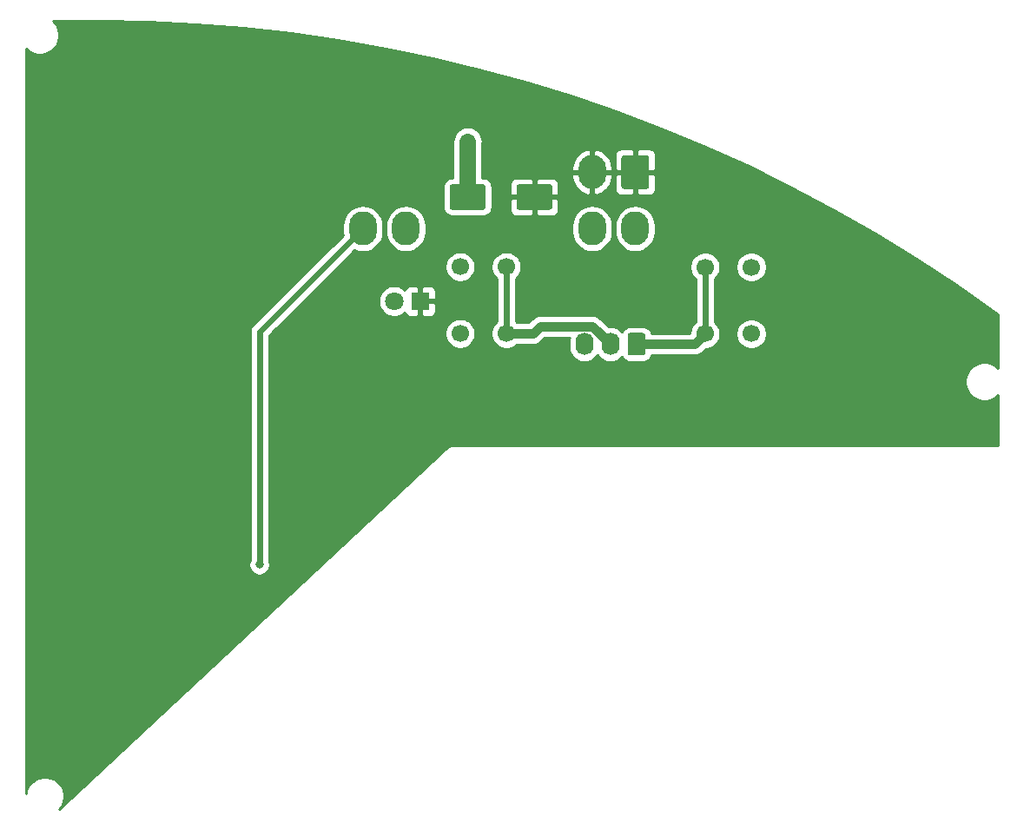
<source format=gbr>
%TF.GenerationSoftware,KiCad,Pcbnew,(5.1.12-1-10_14)*%
%TF.CreationDate,2021-11-28T14:01:49+11:00*%
%TF.ProjectId,ewi_v3-right,6577695f-7633-42d7-9269-6768742e6b69,rev?*%
%TF.SameCoordinates,Original*%
%TF.FileFunction,Copper,L2,Bot*%
%TF.FilePolarity,Positive*%
%FSLAX46Y46*%
G04 Gerber Fmt 4.6, Leading zero omitted, Abs format (unit mm)*
G04 Created by KiCad (PCBNEW (5.1.12-1-10_14)) date 2021-11-28 14:01:49*
%MOMM*%
%LPD*%
G01*
G04 APERTURE LIST*
%TA.AperFunction,ComponentPad*%
%ADD10C,1.700000*%
%TD*%
%TA.AperFunction,ComponentPad*%
%ADD11O,1.740000X2.190000*%
%TD*%
%TA.AperFunction,ComponentPad*%
%ADD12O,2.700000X3.300000*%
%TD*%
%TA.AperFunction,ComponentPad*%
%ADD13C,1.800000*%
%TD*%
%TA.AperFunction,ComponentPad*%
%ADD14R,1.800000X1.800000*%
%TD*%
%TA.AperFunction,ViaPad*%
%ADD15C,0.800000*%
%TD*%
%TA.AperFunction,Conductor*%
%ADD16C,1.625600*%
%TD*%
%TA.AperFunction,Conductor*%
%ADD17C,0.609600*%
%TD*%
%TA.AperFunction,Conductor*%
%ADD18C,0.914400*%
%TD*%
%TA.AperFunction,Conductor*%
%ADD19C,0.254000*%
%TD*%
%TA.AperFunction,Conductor*%
%ADD20C,0.100000*%
%TD*%
G04 APERTURE END LIST*
D10*
%TO.P,SW2,1*%
%TO.N,/MC_SW*%
X148842849Y-82075596D03*
%TO.P,SW2,2*%
X148842849Y-88575596D03*
%TO.P,SW2,3*%
%TO.N,GND*%
X144342849Y-82075596D03*
%TO.P,SW2,4*%
X144342849Y-88575596D03*
%TD*%
%TO.P,SW1,1*%
%TO.N,/FIRE_SW*%
X168223049Y-88603396D03*
%TO.P,SW1,2*%
X168223049Y-82103396D03*
%TO.P,SW1,3*%
%TO.N,GND*%
X172723049Y-88603396D03*
%TO.P,SW1,4*%
X172723049Y-82103396D03*
%TD*%
D11*
%TO.P,J3,3*%
%TO.N,GND*%
X156451300Y-89623143D03*
%TO.P,J3,2*%
%TO.N,/MC_SW*%
X158991300Y-89623143D03*
%TO.P,J3,1*%
%TO.N,/FIRE_SW*%
%TA.AperFunction,ComponentPad*%
G36*
G01*
X162401300Y-88778142D02*
X162401300Y-90468144D01*
G75*
G02*
X162151301Y-90718143I-249999J0D01*
G01*
X160911299Y-90718143D01*
G75*
G02*
X160661300Y-90468144I0J249999D01*
G01*
X160661300Y-88778142D01*
G75*
G02*
X160911299Y-88528143I249999J0D01*
G01*
X162151301Y-88528143D01*
G75*
G02*
X162401300Y-88778142I0J-249999D01*
G01*
G37*
%TD.AperFunction*%
%TD*%
D12*
%TO.P,J2,4*%
%TO.N,/DOUT*%
X134861300Y-78344144D03*
%TO.P,J2,3*%
%TO.N,GND*%
X139061300Y-78344144D03*
%TO.P,J2,2*%
%TO.N,+5V*%
X134861300Y-72844144D03*
%TO.P,J2,1*%
%TA.AperFunction,ComponentPad*%
G36*
G01*
X140411300Y-71444145D02*
X140411300Y-74244143D01*
G75*
G02*
X140161299Y-74494144I-250001J0D01*
G01*
X137961301Y-74494144D01*
G75*
G02*
X137711300Y-74244143I0J250001D01*
G01*
X137711300Y-71444145D01*
G75*
G02*
X137961301Y-71194144I250001J0D01*
G01*
X140161299Y-71194144D01*
G75*
G02*
X140411300Y-71444145I0J-250001D01*
G01*
G37*
%TD.AperFunction*%
%TD*%
%TO.P,J1,4*%
%TO.N,/DIN*%
X157213300Y-78344144D03*
%TO.P,J1,3*%
%TO.N,GND*%
X161413300Y-78344144D03*
%TO.P,J1,2*%
%TO.N,+5V*%
X157213300Y-72844144D03*
%TO.P,J1,1*%
%TA.AperFunction,ComponentPad*%
G36*
G01*
X162763300Y-71444145D02*
X162763300Y-74244143D01*
G75*
G02*
X162513299Y-74494144I-250001J0D01*
G01*
X160313301Y-74494144D01*
G75*
G02*
X160063300Y-74244143I0J250001D01*
G01*
X160063300Y-71444145D01*
G75*
G02*
X160313301Y-71194144I250001J0D01*
G01*
X162513299Y-71194144D01*
G75*
G02*
X162763300Y-71444145I0J-250001D01*
G01*
G37*
%TD.AperFunction*%
%TD*%
D13*
%TO.P,D1,2*%
%TO.N,Net-(D1-Pad2)*%
X137909300Y-85432143D03*
D14*
%TO.P,D1,1*%
%TO.N,+5V*%
X140449300Y-85432143D03*
%TD*%
%TO.P,C1,2*%
%TO.N,GND*%
%TA.AperFunction,SMDPad,CuDef*%
G36*
G01*
X146823300Y-74272144D02*
X146823300Y-76272144D01*
G75*
G02*
X146573300Y-76522144I-250000J0D01*
G01*
X143573300Y-76522144D01*
G75*
G02*
X143323300Y-76272144I0J250000D01*
G01*
X143323300Y-74272144D01*
G75*
G02*
X143573300Y-74022144I250000J0D01*
G01*
X146573300Y-74022144D01*
G75*
G02*
X146823300Y-74272144I0J-250000D01*
G01*
G37*
%TD.AperFunction*%
%TO.P,C1,1*%
%TO.N,+5V*%
%TA.AperFunction,SMDPad,CuDef*%
G36*
G01*
X153323300Y-74272144D02*
X153323300Y-76272144D01*
G75*
G02*
X153073300Y-76522144I-250000J0D01*
G01*
X150073300Y-76522144D01*
G75*
G02*
X149823300Y-76272144I0J250000D01*
G01*
X149823300Y-74272144D01*
G75*
G02*
X150073300Y-74022144I250000J0D01*
G01*
X153073300Y-74022144D01*
G75*
G02*
X153323300Y-74272144I0J-250000D01*
G01*
G37*
%TD.AperFunction*%
%TD*%
D15*
%TO.N,GND*%
X145073300Y-69876996D03*
X145073300Y-71146996D03*
X145073300Y-72416996D03*
%TO.N,+5V*%
X142557499Y-91442797D03*
X151447499Y-79377797D03*
X110172499Y-118747797D03*
X102552499Y-118747797D03*
X105727499Y-106047797D03*
X114617499Y-106047797D03*
X122872499Y-106047797D03*
X131762499Y-106047797D03*
X127952499Y-100967797D03*
X119697499Y-100967797D03*
X110807499Y-100967797D03*
X102552499Y-100967797D03*
X105727499Y-87632797D03*
X114617499Y-87632797D03*
X122872499Y-87632797D03*
X131762499Y-87632797D03*
X127952499Y-81917797D03*
X119062499Y-81917797D03*
X110807499Y-81917797D03*
X102552499Y-82552797D03*
X105727499Y-69852797D03*
X114617499Y-69852797D03*
X122872499Y-69852797D03*
X131762499Y-69852797D03*
X151447499Y-86362797D03*
X165417499Y-83822797D03*
X166687499Y-91442797D03*
X175577499Y-86362797D03*
X174307499Y-79377797D03*
%TO.N,/DOUT*%
X124777499Y-111127797D03*
%TD*%
D16*
%TO.N,GND*%
X145073300Y-75272144D02*
X145073300Y-72416996D01*
X145073300Y-69876996D02*
X145073300Y-69876996D01*
X145073300Y-71146996D02*
X145073300Y-69876996D01*
X145073300Y-72416996D02*
X145073300Y-71146996D01*
D17*
%TO.N,/DOUT*%
X124777499Y-88427945D02*
X134861300Y-78344144D01*
X124777499Y-111127797D02*
X124777499Y-88427945D01*
D18*
%TO.N,/MC_SW*%
X151447758Y-88562196D02*
X148839049Y-88562196D01*
X152139021Y-87870933D02*
X151447758Y-88562196D01*
X157239090Y-87870933D02*
X152139021Y-87870933D01*
X158991300Y-89623143D02*
X157239090Y-87870933D01*
D17*
X148842849Y-82075596D02*
X148842849Y-88575596D01*
D18*
%TO.N,/FIRE_SW*%
X167238102Y-89623143D02*
X168259049Y-88602196D01*
X161531300Y-89623143D02*
X167238102Y-89623143D01*
D17*
X168223049Y-82103396D02*
X168223049Y-88603396D01*
%TD*%
D19*
%TO.N,+5V*%
X113873859Y-58203688D02*
X118535771Y-58423537D01*
X123188485Y-58789714D01*
X127827402Y-59301855D01*
X132447991Y-59959462D01*
X137045587Y-60761871D01*
X141615736Y-61708304D01*
X146153886Y-62797817D01*
X150655608Y-64029349D01*
X155116381Y-65401662D01*
X159531862Y-66913419D01*
X163897674Y-68563122D01*
X168209527Y-70349149D01*
X172463169Y-72269742D01*
X176654361Y-74322985D01*
X180778982Y-76506860D01*
X184832993Y-78819227D01*
X188812371Y-81257793D01*
X192713174Y-83820142D01*
X196535183Y-86506294D01*
X196812298Y-86708603D01*
X196812298Y-91979865D01*
X196641916Y-91809483D01*
X196333180Y-91603192D01*
X195990132Y-91461097D01*
X195625954Y-91388658D01*
X195254642Y-91388658D01*
X194890464Y-91461097D01*
X194547416Y-91603192D01*
X194238680Y-91809483D01*
X193976123Y-92072040D01*
X193769832Y-92380776D01*
X193627737Y-92723824D01*
X193555298Y-93088002D01*
X193555298Y-93459314D01*
X193627737Y-93823492D01*
X193769832Y-94166540D01*
X193976123Y-94475276D01*
X194238680Y-94737833D01*
X194547416Y-94944124D01*
X194890464Y-95086219D01*
X195254642Y-95158658D01*
X195625954Y-95158658D01*
X195990132Y-95086219D01*
X196333180Y-94944124D01*
X196641916Y-94737833D01*
X196812299Y-94567450D01*
X196812299Y-99514047D01*
X143559885Y-99514047D01*
X143538945Y-99511251D01*
X143495042Y-99514047D01*
X143483602Y-99514047D01*
X143462669Y-99516109D01*
X143409199Y-99519514D01*
X143398088Y-99522469D01*
X143386638Y-99523597D01*
X143335333Y-99539160D01*
X143283559Y-99552931D01*
X143273237Y-99557997D01*
X143262228Y-99561337D01*
X143214958Y-99586603D01*
X143166851Y-99610216D01*
X143157713Y-99617201D01*
X143147571Y-99622622D01*
X143106153Y-99656613D01*
X143089443Y-99669386D01*
X143081078Y-99677191D01*
X143047073Y-99705099D01*
X143033672Y-99721428D01*
X105285428Y-134945808D01*
X105337474Y-134893762D01*
X105543765Y-134585026D01*
X105685860Y-134241978D01*
X105758299Y-133877800D01*
X105758299Y-133506488D01*
X105685860Y-133142310D01*
X105543765Y-132799262D01*
X105337474Y-132490526D01*
X105074917Y-132227969D01*
X104766181Y-132021678D01*
X104423133Y-131879583D01*
X104058955Y-131807144D01*
X103687643Y-131807144D01*
X103323465Y-131879583D01*
X102980417Y-132021678D01*
X102671681Y-132227969D01*
X102409124Y-132490526D01*
X102202833Y-132799262D01*
X102060738Y-133142310D01*
X101993299Y-133481351D01*
X101993299Y-111025858D01*
X123742499Y-111025858D01*
X123742499Y-111229736D01*
X123782273Y-111429695D01*
X123860294Y-111618053D01*
X123973562Y-111787571D01*
X124117725Y-111931734D01*
X124287243Y-112045002D01*
X124475601Y-112123023D01*
X124675560Y-112162797D01*
X124879438Y-112162797D01*
X125079397Y-112123023D01*
X125267755Y-112045002D01*
X125437273Y-111931734D01*
X125581436Y-111787571D01*
X125694704Y-111618053D01*
X125772725Y-111429695D01*
X125812499Y-111229736D01*
X125812499Y-111025858D01*
X125772725Y-110825899D01*
X125717299Y-110692090D01*
X125717299Y-88817221D01*
X126105184Y-88429336D01*
X142857849Y-88429336D01*
X142857849Y-88721856D01*
X142914917Y-89008754D01*
X143026859Y-89279007D01*
X143189374Y-89522228D01*
X143396217Y-89729071D01*
X143639438Y-89891586D01*
X143909691Y-90003528D01*
X144196589Y-90060596D01*
X144489109Y-90060596D01*
X144776007Y-90003528D01*
X145046260Y-89891586D01*
X145289481Y-89729071D01*
X145496324Y-89522228D01*
X145658839Y-89279007D01*
X145770781Y-89008754D01*
X145827849Y-88721856D01*
X145827849Y-88429336D01*
X145770781Y-88142438D01*
X145658839Y-87872185D01*
X145496324Y-87628964D01*
X145289481Y-87422121D01*
X145046260Y-87259606D01*
X144776007Y-87147664D01*
X144489109Y-87090596D01*
X144196589Y-87090596D01*
X143909691Y-87147664D01*
X143639438Y-87259606D01*
X143396217Y-87422121D01*
X143189374Y-87628964D01*
X143026859Y-87872185D01*
X142914917Y-88142438D01*
X142857849Y-88429336D01*
X126105184Y-88429336D01*
X129253561Y-85280959D01*
X136374300Y-85280959D01*
X136374300Y-85583327D01*
X136433289Y-85879886D01*
X136549001Y-86159238D01*
X136716988Y-86410648D01*
X136930795Y-86624455D01*
X137182205Y-86792442D01*
X137461557Y-86908154D01*
X137758116Y-86967143D01*
X138060484Y-86967143D01*
X138357043Y-86908154D01*
X138636395Y-86792442D01*
X138887805Y-86624455D01*
X138954244Y-86558016D01*
X138959798Y-86576323D01*
X139018763Y-86686637D01*
X139098115Y-86783328D01*
X139194806Y-86862680D01*
X139305120Y-86921645D01*
X139424818Y-86957955D01*
X139549300Y-86970215D01*
X140163550Y-86967143D01*
X140322300Y-86808393D01*
X140322300Y-85559143D01*
X140576300Y-85559143D01*
X140576300Y-86808393D01*
X140735050Y-86967143D01*
X141349300Y-86970215D01*
X141473782Y-86957955D01*
X141593480Y-86921645D01*
X141703794Y-86862680D01*
X141800485Y-86783328D01*
X141879837Y-86686637D01*
X141938802Y-86576323D01*
X141975112Y-86456625D01*
X141987372Y-86332143D01*
X141984300Y-85717893D01*
X141825550Y-85559143D01*
X140576300Y-85559143D01*
X140322300Y-85559143D01*
X140302300Y-85559143D01*
X140302300Y-85305143D01*
X140322300Y-85305143D01*
X140322300Y-84055893D01*
X140576300Y-84055893D01*
X140576300Y-85305143D01*
X141825550Y-85305143D01*
X141984300Y-85146393D01*
X141987372Y-84532143D01*
X141975112Y-84407661D01*
X141938802Y-84287963D01*
X141879837Y-84177649D01*
X141800485Y-84080958D01*
X141703794Y-84001606D01*
X141593480Y-83942641D01*
X141473782Y-83906331D01*
X141349300Y-83894071D01*
X140735050Y-83897143D01*
X140576300Y-84055893D01*
X140322300Y-84055893D01*
X140163550Y-83897143D01*
X139549300Y-83894071D01*
X139424818Y-83906331D01*
X139305120Y-83942641D01*
X139194806Y-84001606D01*
X139098115Y-84080958D01*
X139018763Y-84177649D01*
X138959798Y-84287963D01*
X138954244Y-84306270D01*
X138887805Y-84239831D01*
X138636395Y-84071844D01*
X138357043Y-83956132D01*
X138060484Y-83897143D01*
X137758116Y-83897143D01*
X137461557Y-83956132D01*
X137182205Y-84071844D01*
X136930795Y-84239831D01*
X136716988Y-84453638D01*
X136549001Y-84705048D01*
X136433289Y-84984400D01*
X136374300Y-85280959D01*
X129253561Y-85280959D01*
X132605184Y-81929336D01*
X142857849Y-81929336D01*
X142857849Y-82221856D01*
X142914917Y-82508754D01*
X143026859Y-82779007D01*
X143189374Y-83022228D01*
X143396217Y-83229071D01*
X143639438Y-83391586D01*
X143909691Y-83503528D01*
X144196589Y-83560596D01*
X144489109Y-83560596D01*
X144776007Y-83503528D01*
X145046260Y-83391586D01*
X145289481Y-83229071D01*
X145496324Y-83022228D01*
X145658839Y-82779007D01*
X145770781Y-82508754D01*
X145827849Y-82221856D01*
X145827849Y-81929336D01*
X147357849Y-81929336D01*
X147357849Y-82221856D01*
X147414917Y-82508754D01*
X147526859Y-82779007D01*
X147689374Y-83022228D01*
X147896217Y-83229071D01*
X147903049Y-83233636D01*
X147903050Y-87417555D01*
X147896217Y-87422121D01*
X147689374Y-87628964D01*
X147526859Y-87872185D01*
X147414917Y-88142438D01*
X147357849Y-88429336D01*
X147357849Y-88721856D01*
X147414917Y-89008754D01*
X147526859Y-89279007D01*
X147689374Y-89522228D01*
X147896217Y-89729071D01*
X148139438Y-89891586D01*
X148409691Y-90003528D01*
X148696589Y-90060596D01*
X148989109Y-90060596D01*
X149276007Y-90003528D01*
X149546260Y-89891586D01*
X149789481Y-89729071D01*
X149864156Y-89654396D01*
X151394117Y-89654396D01*
X151447758Y-89659679D01*
X151501399Y-89654396D01*
X151501407Y-89654396D01*
X151661867Y-89638592D01*
X151867747Y-89576139D01*
X152057487Y-89474721D01*
X152223796Y-89338234D01*
X152257998Y-89296559D01*
X152591424Y-88963133D01*
X155010538Y-88963133D01*
X154968076Y-89103111D01*
X154946300Y-89324207D01*
X154946300Y-89922078D01*
X154968076Y-90143174D01*
X155054134Y-90426867D01*
X155193883Y-90688321D01*
X155381955Y-90917488D01*
X155611121Y-91105560D01*
X155872575Y-91245309D01*
X156156268Y-91331367D01*
X156451300Y-91360425D01*
X156746331Y-91331367D01*
X157030024Y-91245309D01*
X157291478Y-91105560D01*
X157520645Y-90917488D01*
X157708717Y-90688322D01*
X157721300Y-90664780D01*
X157733883Y-90688321D01*
X157921955Y-90917488D01*
X158151121Y-91105560D01*
X158412575Y-91245309D01*
X158696268Y-91331367D01*
X158991300Y-91360425D01*
X159286331Y-91331367D01*
X159570024Y-91245309D01*
X159831478Y-91105560D01*
X160060645Y-90917488D01*
X160114366Y-90852029D01*
X160172895Y-90961530D01*
X160283338Y-91096105D01*
X160417913Y-91206548D01*
X160571449Y-91288615D01*
X160738045Y-91339151D01*
X160911299Y-91356215D01*
X162151301Y-91356215D01*
X162324555Y-91339151D01*
X162491151Y-91288615D01*
X162644687Y-91206548D01*
X162779262Y-91096105D01*
X162889705Y-90961530D01*
X162971772Y-90807994D01*
X162999877Y-90715343D01*
X167184461Y-90715343D01*
X167238102Y-90720626D01*
X167291743Y-90715343D01*
X167291751Y-90715343D01*
X167452211Y-90699539D01*
X167658091Y-90637086D01*
X167847831Y-90535668D01*
X168014140Y-90399181D01*
X168048342Y-90357507D01*
X168317452Y-90088396D01*
X168369309Y-90088396D01*
X168656207Y-90031328D01*
X168926460Y-89919386D01*
X169169681Y-89756871D01*
X169376524Y-89550028D01*
X169539039Y-89306807D01*
X169650981Y-89036554D01*
X169708049Y-88749656D01*
X169708049Y-88457136D01*
X171238049Y-88457136D01*
X171238049Y-88749656D01*
X171295117Y-89036554D01*
X171407059Y-89306807D01*
X171569574Y-89550028D01*
X171776417Y-89756871D01*
X172019638Y-89919386D01*
X172289891Y-90031328D01*
X172576789Y-90088396D01*
X172869309Y-90088396D01*
X173156207Y-90031328D01*
X173426460Y-89919386D01*
X173669681Y-89756871D01*
X173876524Y-89550028D01*
X174039039Y-89306807D01*
X174150981Y-89036554D01*
X174208049Y-88749656D01*
X174208049Y-88457136D01*
X174150981Y-88170238D01*
X174039039Y-87899985D01*
X173876524Y-87656764D01*
X173669681Y-87449921D01*
X173426460Y-87287406D01*
X173156207Y-87175464D01*
X172869309Y-87118396D01*
X172576789Y-87118396D01*
X172289891Y-87175464D01*
X172019638Y-87287406D01*
X171776417Y-87449921D01*
X171569574Y-87656764D01*
X171407059Y-87899985D01*
X171295117Y-88170238D01*
X171238049Y-88457136D01*
X169708049Y-88457136D01*
X169650981Y-88170238D01*
X169539039Y-87899985D01*
X169376524Y-87656764D01*
X169169681Y-87449921D01*
X169162849Y-87445356D01*
X169162849Y-83261436D01*
X169169681Y-83256871D01*
X169376524Y-83050028D01*
X169539039Y-82806807D01*
X169650981Y-82536554D01*
X169708049Y-82249656D01*
X169708049Y-81957136D01*
X171238049Y-81957136D01*
X171238049Y-82249656D01*
X171295117Y-82536554D01*
X171407059Y-82806807D01*
X171569574Y-83050028D01*
X171776417Y-83256871D01*
X172019638Y-83419386D01*
X172289891Y-83531328D01*
X172576789Y-83588396D01*
X172869309Y-83588396D01*
X173156207Y-83531328D01*
X173426460Y-83419386D01*
X173669681Y-83256871D01*
X173876524Y-83050028D01*
X174039039Y-82806807D01*
X174150981Y-82536554D01*
X174208049Y-82249656D01*
X174208049Y-81957136D01*
X174150981Y-81670238D01*
X174039039Y-81399985D01*
X173876524Y-81156764D01*
X173669681Y-80949921D01*
X173426460Y-80787406D01*
X173156207Y-80675464D01*
X172869309Y-80618396D01*
X172576789Y-80618396D01*
X172289891Y-80675464D01*
X172019638Y-80787406D01*
X171776417Y-80949921D01*
X171569574Y-81156764D01*
X171407059Y-81399985D01*
X171295117Y-81670238D01*
X171238049Y-81957136D01*
X169708049Y-81957136D01*
X169650981Y-81670238D01*
X169539039Y-81399985D01*
X169376524Y-81156764D01*
X169169681Y-80949921D01*
X168926460Y-80787406D01*
X168656207Y-80675464D01*
X168369309Y-80618396D01*
X168076789Y-80618396D01*
X167789891Y-80675464D01*
X167519638Y-80787406D01*
X167276417Y-80949921D01*
X167069574Y-81156764D01*
X166907059Y-81399985D01*
X166795117Y-81670238D01*
X166738049Y-81957136D01*
X166738049Y-82249656D01*
X166795117Y-82536554D01*
X166907059Y-82806807D01*
X167069574Y-83050028D01*
X167276417Y-83256871D01*
X167283249Y-83261436D01*
X167283250Y-87445355D01*
X167276417Y-87449921D01*
X167069574Y-87656764D01*
X166907059Y-87899985D01*
X166795117Y-88170238D01*
X166738049Y-88457136D01*
X166738049Y-88530943D01*
X162999877Y-88530943D01*
X162971772Y-88438292D01*
X162889705Y-88284756D01*
X162779262Y-88150181D01*
X162644687Y-88039738D01*
X162491151Y-87957671D01*
X162324555Y-87907135D01*
X162151301Y-87890071D01*
X160911299Y-87890071D01*
X160738045Y-87907135D01*
X160571449Y-87957671D01*
X160417913Y-88039738D01*
X160283338Y-88150181D01*
X160172895Y-88284756D01*
X160114366Y-88394257D01*
X160060645Y-88328798D01*
X159831479Y-88140726D01*
X159570025Y-88000977D01*
X159286332Y-87914919D01*
X158991300Y-87885861D01*
X158815897Y-87903137D01*
X158049330Y-87136570D01*
X158015128Y-87094895D01*
X157848819Y-86958408D01*
X157659079Y-86856990D01*
X157453199Y-86794537D01*
X157292739Y-86778733D01*
X157292731Y-86778733D01*
X157239090Y-86773450D01*
X157185449Y-86778733D01*
X152192662Y-86778733D01*
X152139021Y-86773450D01*
X152085380Y-86778733D01*
X152085372Y-86778733D01*
X151924912Y-86794537D01*
X151719032Y-86856990D01*
X151529292Y-86958408D01*
X151362983Y-87094895D01*
X151328781Y-87136570D01*
X150995355Y-87469996D01*
X149837356Y-87469996D01*
X149789481Y-87422121D01*
X149782649Y-87417556D01*
X149782649Y-83233636D01*
X149789481Y-83229071D01*
X149996324Y-83022228D01*
X150158839Y-82779007D01*
X150270781Y-82508754D01*
X150327849Y-82221856D01*
X150327849Y-81929336D01*
X150270781Y-81642438D01*
X150158839Y-81372185D01*
X149996324Y-81128964D01*
X149789481Y-80922121D01*
X149546260Y-80759606D01*
X149276007Y-80647664D01*
X148989109Y-80590596D01*
X148696589Y-80590596D01*
X148409691Y-80647664D01*
X148139438Y-80759606D01*
X147896217Y-80922121D01*
X147689374Y-81128964D01*
X147526859Y-81372185D01*
X147414917Y-81642438D01*
X147357849Y-81929336D01*
X145827849Y-81929336D01*
X145770781Y-81642438D01*
X145658839Y-81372185D01*
X145496324Y-81128964D01*
X145289481Y-80922121D01*
X145046260Y-80759606D01*
X144776007Y-80647664D01*
X144489109Y-80590596D01*
X144196589Y-80590596D01*
X143909691Y-80647664D01*
X143639438Y-80759606D01*
X143396217Y-80922121D01*
X143189374Y-81128964D01*
X143026859Y-81372185D01*
X142914917Y-81642438D01*
X142857849Y-81929336D01*
X132605184Y-81929336D01*
X134065157Y-80469364D01*
X134097998Y-80486918D01*
X134472172Y-80600422D01*
X134861300Y-80638748D01*
X135250427Y-80600422D01*
X135624601Y-80486918D01*
X135969443Y-80302597D01*
X136271698Y-80054542D01*
X136519753Y-79752287D01*
X136704074Y-79407446D01*
X136817578Y-79033272D01*
X136846300Y-78741654D01*
X136846300Y-77946635D01*
X136846300Y-77946634D01*
X137076300Y-77946634D01*
X137076300Y-78741653D01*
X137105022Y-79033271D01*
X137218526Y-79407445D01*
X137402847Y-79752287D01*
X137650902Y-80054542D01*
X137953157Y-80302597D01*
X138297998Y-80486918D01*
X138672172Y-80600422D01*
X139061300Y-80638748D01*
X139450427Y-80600422D01*
X139824601Y-80486918D01*
X140169443Y-80302597D01*
X140471698Y-80054542D01*
X140719753Y-79752287D01*
X140904074Y-79407446D01*
X141017578Y-79033272D01*
X141046300Y-78741654D01*
X141046300Y-77946635D01*
X141046300Y-77946634D01*
X155228300Y-77946634D01*
X155228300Y-78741653D01*
X155257022Y-79033271D01*
X155370526Y-79407445D01*
X155554847Y-79752287D01*
X155802902Y-80054542D01*
X156105157Y-80302597D01*
X156449998Y-80486918D01*
X156824172Y-80600422D01*
X157213300Y-80638748D01*
X157602427Y-80600422D01*
X157976601Y-80486918D01*
X158321443Y-80302597D01*
X158623698Y-80054542D01*
X158871753Y-79752287D01*
X159056074Y-79407446D01*
X159169578Y-79033272D01*
X159198300Y-78741654D01*
X159198300Y-77946635D01*
X159198300Y-77946634D01*
X159428300Y-77946634D01*
X159428300Y-78741653D01*
X159457022Y-79033271D01*
X159570526Y-79407445D01*
X159754847Y-79752287D01*
X160002902Y-80054542D01*
X160305157Y-80302597D01*
X160649998Y-80486918D01*
X161024172Y-80600422D01*
X161413300Y-80638748D01*
X161802427Y-80600422D01*
X162176601Y-80486918D01*
X162521443Y-80302597D01*
X162823698Y-80054542D01*
X163071753Y-79752287D01*
X163256074Y-79407446D01*
X163369578Y-79033272D01*
X163398300Y-78741654D01*
X163398300Y-77946635D01*
X163369578Y-77655017D01*
X163256074Y-77280842D01*
X163071753Y-76936001D01*
X162823698Y-76633746D01*
X162521443Y-76385691D01*
X162176602Y-76201370D01*
X161802428Y-76087866D01*
X161413300Y-76049540D01*
X161024173Y-76087866D01*
X160649999Y-76201370D01*
X160305158Y-76385691D01*
X160002903Y-76633746D01*
X159754847Y-76936001D01*
X159570526Y-77280842D01*
X159457022Y-77655016D01*
X159428300Y-77946634D01*
X159198300Y-77946634D01*
X159169578Y-77655017D01*
X159056074Y-77280842D01*
X158871753Y-76936001D01*
X158623698Y-76633746D01*
X158321443Y-76385691D01*
X157976602Y-76201370D01*
X157602428Y-76087866D01*
X157213300Y-76049540D01*
X156824173Y-76087866D01*
X156449999Y-76201370D01*
X156105158Y-76385691D01*
X155802903Y-76633746D01*
X155554847Y-76936001D01*
X155370526Y-77280842D01*
X155257022Y-77655016D01*
X155228300Y-77946634D01*
X141046300Y-77946634D01*
X141017578Y-77655017D01*
X140904074Y-77280842D01*
X140719753Y-76936001D01*
X140471698Y-76633746D01*
X140169443Y-76385691D01*
X139824602Y-76201370D01*
X139450428Y-76087866D01*
X139061300Y-76049540D01*
X138672173Y-76087866D01*
X138297999Y-76201370D01*
X137953158Y-76385691D01*
X137650903Y-76633746D01*
X137402847Y-76936001D01*
X137218526Y-77280842D01*
X137105022Y-77655016D01*
X137076300Y-77946634D01*
X136846300Y-77946634D01*
X136817578Y-77655017D01*
X136704074Y-77280842D01*
X136519753Y-76936001D01*
X136271698Y-76633746D01*
X135969443Y-76385691D01*
X135624602Y-76201370D01*
X135250428Y-76087866D01*
X134861300Y-76049540D01*
X134472173Y-76087866D01*
X134097999Y-76201370D01*
X133753158Y-76385691D01*
X133450903Y-76633746D01*
X133202847Y-76936001D01*
X133018526Y-77280842D01*
X132905022Y-77655016D01*
X132876300Y-77946634D01*
X132876300Y-78741653D01*
X132899470Y-78976897D01*
X124145610Y-87730758D01*
X124109746Y-87760191D01*
X124080316Y-87796052D01*
X123992303Y-87903294D01*
X123905037Y-88066559D01*
X123851298Y-88243712D01*
X123833153Y-88427945D01*
X123837700Y-88474112D01*
X123837699Y-110692090D01*
X123782273Y-110825899D01*
X123742499Y-111025858D01*
X101993299Y-111025858D01*
X101993299Y-74272144D01*
X142685228Y-74272144D01*
X142685228Y-76272144D01*
X142702292Y-76445398D01*
X142752828Y-76611994D01*
X142834895Y-76765530D01*
X142945338Y-76900106D01*
X143079914Y-77010549D01*
X143233450Y-77092616D01*
X143400046Y-77143152D01*
X143573300Y-77160216D01*
X146573300Y-77160216D01*
X146746554Y-77143152D01*
X146913150Y-77092616D01*
X147066686Y-77010549D01*
X147201262Y-76900106D01*
X147311705Y-76765530D01*
X147393772Y-76611994D01*
X147421027Y-76522144D01*
X149185228Y-76522144D01*
X149197488Y-76646626D01*
X149233798Y-76766324D01*
X149292763Y-76876638D01*
X149372115Y-76973329D01*
X149468806Y-77052681D01*
X149579120Y-77111646D01*
X149698818Y-77147956D01*
X149823300Y-77160216D01*
X151287550Y-77157144D01*
X151446300Y-76998394D01*
X151446300Y-75399144D01*
X151700300Y-75399144D01*
X151700300Y-76998394D01*
X151859050Y-77157144D01*
X153323300Y-77160216D01*
X153447782Y-77147956D01*
X153567480Y-77111646D01*
X153677794Y-77052681D01*
X153774485Y-76973329D01*
X153853837Y-76876638D01*
X153912802Y-76766324D01*
X153949112Y-76646626D01*
X153961372Y-76522144D01*
X153958300Y-75557894D01*
X153799550Y-75399144D01*
X151700300Y-75399144D01*
X151446300Y-75399144D01*
X149347050Y-75399144D01*
X149188300Y-75557894D01*
X149185228Y-76522144D01*
X147421027Y-76522144D01*
X147444308Y-76445398D01*
X147461372Y-76272144D01*
X147461372Y-74272144D01*
X147444308Y-74098890D01*
X147421028Y-74022144D01*
X149185228Y-74022144D01*
X149188300Y-74986394D01*
X149347050Y-75145144D01*
X151446300Y-75145144D01*
X151446300Y-73545894D01*
X151700300Y-73545894D01*
X151700300Y-75145144D01*
X153799550Y-75145144D01*
X153958300Y-74986394D01*
X153961372Y-74022144D01*
X153949112Y-73897662D01*
X153912802Y-73777964D01*
X153853837Y-73667650D01*
X153774485Y-73570959D01*
X153677794Y-73491607D01*
X153567480Y-73432642D01*
X153447782Y-73396332D01*
X153323300Y-73384072D01*
X151859050Y-73387144D01*
X151700300Y-73545894D01*
X151446300Y-73545894D01*
X151287550Y-73387144D01*
X149823300Y-73384072D01*
X149698818Y-73396332D01*
X149579120Y-73432642D01*
X149468806Y-73491607D01*
X149372115Y-73570959D01*
X149292763Y-73667650D01*
X149233798Y-73777964D01*
X149197488Y-73897662D01*
X149185228Y-74022144D01*
X147421028Y-74022144D01*
X147393772Y-73932294D01*
X147311705Y-73778758D01*
X147201262Y-73644182D01*
X147066686Y-73533739D01*
X146913150Y-73451672D01*
X146746554Y-73401136D01*
X146573300Y-73384072D01*
X146521100Y-73384072D01*
X146521100Y-72971144D01*
X155228300Y-72971144D01*
X155228300Y-73271144D01*
X155291218Y-73655958D01*
X155428000Y-74021103D01*
X155633390Y-74352547D01*
X155899495Y-74637553D01*
X156216089Y-74865168D01*
X156571005Y-75026645D01*
X156777977Y-75080821D01*
X157086300Y-74965973D01*
X157086300Y-72971144D01*
X157340300Y-72971144D01*
X157340300Y-74965973D01*
X157648623Y-75080821D01*
X157855595Y-75026645D01*
X158210511Y-74865168D01*
X158527105Y-74637553D01*
X158661003Y-74494144D01*
X159425228Y-74494144D01*
X159437488Y-74618626D01*
X159473798Y-74738324D01*
X159532763Y-74848638D01*
X159612115Y-74945329D01*
X159708806Y-75024681D01*
X159819120Y-75083646D01*
X159938818Y-75119956D01*
X160063300Y-75132216D01*
X161127550Y-75129144D01*
X161286300Y-74970394D01*
X161286300Y-72971144D01*
X161540300Y-72971144D01*
X161540300Y-74970394D01*
X161699050Y-75129144D01*
X162763300Y-75132216D01*
X162887782Y-75119956D01*
X163007480Y-75083646D01*
X163117794Y-75024681D01*
X163214485Y-74945329D01*
X163293837Y-74848638D01*
X163352802Y-74738324D01*
X163389112Y-74618626D01*
X163401372Y-74494144D01*
X163398300Y-73129894D01*
X163239550Y-72971144D01*
X161540300Y-72971144D01*
X161286300Y-72971144D01*
X159587050Y-72971144D01*
X159428300Y-73129894D01*
X159425228Y-74494144D01*
X158661003Y-74494144D01*
X158793210Y-74352547D01*
X158998600Y-74021103D01*
X159135382Y-73655958D01*
X159198300Y-73271144D01*
X159198300Y-72971144D01*
X157340300Y-72971144D01*
X157086300Y-72971144D01*
X155228300Y-72971144D01*
X146521100Y-72971144D01*
X146521100Y-72417144D01*
X155228300Y-72417144D01*
X155228300Y-72717144D01*
X157086300Y-72717144D01*
X157086300Y-70722315D01*
X157340300Y-70722315D01*
X157340300Y-72717144D01*
X159198300Y-72717144D01*
X159198300Y-72417144D01*
X159135382Y-72032330D01*
X158998600Y-71667185D01*
X158793210Y-71335741D01*
X158661004Y-71194144D01*
X159425228Y-71194144D01*
X159428300Y-72558394D01*
X159587050Y-72717144D01*
X161286300Y-72717144D01*
X161286300Y-70717894D01*
X161540300Y-70717894D01*
X161540300Y-72717144D01*
X163239550Y-72717144D01*
X163398300Y-72558394D01*
X163401372Y-71194144D01*
X163389112Y-71069662D01*
X163352802Y-70949964D01*
X163293837Y-70839650D01*
X163214485Y-70742959D01*
X163117794Y-70663607D01*
X163007480Y-70604642D01*
X162887782Y-70568332D01*
X162763300Y-70556072D01*
X161699050Y-70559144D01*
X161540300Y-70717894D01*
X161286300Y-70717894D01*
X161127550Y-70559144D01*
X160063300Y-70556072D01*
X159938818Y-70568332D01*
X159819120Y-70604642D01*
X159708806Y-70663607D01*
X159612115Y-70742959D01*
X159532763Y-70839650D01*
X159473798Y-70949964D01*
X159437488Y-71069662D01*
X159425228Y-71194144D01*
X158661004Y-71194144D01*
X158527105Y-71050735D01*
X158210511Y-70823120D01*
X157855595Y-70661643D01*
X157648623Y-70607467D01*
X157340300Y-70722315D01*
X157086300Y-70722315D01*
X156777977Y-70607467D01*
X156571005Y-70661643D01*
X156216089Y-70823120D01*
X155899495Y-71050735D01*
X155633390Y-71335741D01*
X155428000Y-71667185D01*
X155291218Y-72032330D01*
X155228300Y-72417144D01*
X146521100Y-72417144D01*
X146521100Y-69948118D01*
X146528105Y-69876996D01*
X146500151Y-69593178D01*
X146417365Y-69320266D01*
X146282926Y-69068750D01*
X146102002Y-68848294D01*
X145881546Y-68667370D01*
X145630030Y-68532931D01*
X145357118Y-68450145D01*
X145144422Y-68429196D01*
X145073300Y-68422191D01*
X145002178Y-68429196D01*
X144789482Y-68450145D01*
X144516570Y-68532931D01*
X144265054Y-68667370D01*
X144044598Y-68848294D01*
X143863674Y-69068750D01*
X143729235Y-69320266D01*
X143646449Y-69593178D01*
X143618495Y-69876996D01*
X143625500Y-69948118D01*
X143625500Y-72488117D01*
X143625501Y-72488127D01*
X143625501Y-73384072D01*
X143573300Y-73384072D01*
X143400046Y-73401136D01*
X143233450Y-73451672D01*
X143079914Y-73533739D01*
X142945338Y-73644182D01*
X142834895Y-73778758D01*
X142752828Y-73932294D01*
X142702292Y-74098890D01*
X142685228Y-74272144D01*
X101993299Y-74272144D01*
X101993299Y-60796091D01*
X102163681Y-60966473D01*
X102472417Y-61172764D01*
X102815465Y-61314859D01*
X103179643Y-61387298D01*
X103550955Y-61387298D01*
X103915133Y-61314859D01*
X104258181Y-61172764D01*
X104566917Y-60966473D01*
X104829474Y-60703916D01*
X105035765Y-60395180D01*
X105177860Y-60052132D01*
X105250299Y-59687954D01*
X105250299Y-59316642D01*
X105177860Y-58952464D01*
X105035765Y-58609416D01*
X104829474Y-58300680D01*
X104659091Y-58130297D01*
X109202088Y-58130297D01*
X113873859Y-58203688D01*
%TA.AperFunction,Conductor*%
D20*
G36*
X113873859Y-58203688D02*
G01*
X118535771Y-58423537D01*
X123188485Y-58789714D01*
X127827402Y-59301855D01*
X132447991Y-59959462D01*
X137045587Y-60761871D01*
X141615736Y-61708304D01*
X146153886Y-62797817D01*
X150655608Y-64029349D01*
X155116381Y-65401662D01*
X159531862Y-66913419D01*
X163897674Y-68563122D01*
X168209527Y-70349149D01*
X172463169Y-72269742D01*
X176654361Y-74322985D01*
X180778982Y-76506860D01*
X184832993Y-78819227D01*
X188812371Y-81257793D01*
X192713174Y-83820142D01*
X196535183Y-86506294D01*
X196812298Y-86708603D01*
X196812298Y-91979865D01*
X196641916Y-91809483D01*
X196333180Y-91603192D01*
X195990132Y-91461097D01*
X195625954Y-91388658D01*
X195254642Y-91388658D01*
X194890464Y-91461097D01*
X194547416Y-91603192D01*
X194238680Y-91809483D01*
X193976123Y-92072040D01*
X193769832Y-92380776D01*
X193627737Y-92723824D01*
X193555298Y-93088002D01*
X193555298Y-93459314D01*
X193627737Y-93823492D01*
X193769832Y-94166540D01*
X193976123Y-94475276D01*
X194238680Y-94737833D01*
X194547416Y-94944124D01*
X194890464Y-95086219D01*
X195254642Y-95158658D01*
X195625954Y-95158658D01*
X195990132Y-95086219D01*
X196333180Y-94944124D01*
X196641916Y-94737833D01*
X196812299Y-94567450D01*
X196812299Y-99514047D01*
X143559885Y-99514047D01*
X143538945Y-99511251D01*
X143495042Y-99514047D01*
X143483602Y-99514047D01*
X143462669Y-99516109D01*
X143409199Y-99519514D01*
X143398088Y-99522469D01*
X143386638Y-99523597D01*
X143335333Y-99539160D01*
X143283559Y-99552931D01*
X143273237Y-99557997D01*
X143262228Y-99561337D01*
X143214958Y-99586603D01*
X143166851Y-99610216D01*
X143157713Y-99617201D01*
X143147571Y-99622622D01*
X143106153Y-99656613D01*
X143089443Y-99669386D01*
X143081078Y-99677191D01*
X143047073Y-99705099D01*
X143033672Y-99721428D01*
X105285428Y-134945808D01*
X105337474Y-134893762D01*
X105543765Y-134585026D01*
X105685860Y-134241978D01*
X105758299Y-133877800D01*
X105758299Y-133506488D01*
X105685860Y-133142310D01*
X105543765Y-132799262D01*
X105337474Y-132490526D01*
X105074917Y-132227969D01*
X104766181Y-132021678D01*
X104423133Y-131879583D01*
X104058955Y-131807144D01*
X103687643Y-131807144D01*
X103323465Y-131879583D01*
X102980417Y-132021678D01*
X102671681Y-132227969D01*
X102409124Y-132490526D01*
X102202833Y-132799262D01*
X102060738Y-133142310D01*
X101993299Y-133481351D01*
X101993299Y-111025858D01*
X123742499Y-111025858D01*
X123742499Y-111229736D01*
X123782273Y-111429695D01*
X123860294Y-111618053D01*
X123973562Y-111787571D01*
X124117725Y-111931734D01*
X124287243Y-112045002D01*
X124475601Y-112123023D01*
X124675560Y-112162797D01*
X124879438Y-112162797D01*
X125079397Y-112123023D01*
X125267755Y-112045002D01*
X125437273Y-111931734D01*
X125581436Y-111787571D01*
X125694704Y-111618053D01*
X125772725Y-111429695D01*
X125812499Y-111229736D01*
X125812499Y-111025858D01*
X125772725Y-110825899D01*
X125717299Y-110692090D01*
X125717299Y-88817221D01*
X126105184Y-88429336D01*
X142857849Y-88429336D01*
X142857849Y-88721856D01*
X142914917Y-89008754D01*
X143026859Y-89279007D01*
X143189374Y-89522228D01*
X143396217Y-89729071D01*
X143639438Y-89891586D01*
X143909691Y-90003528D01*
X144196589Y-90060596D01*
X144489109Y-90060596D01*
X144776007Y-90003528D01*
X145046260Y-89891586D01*
X145289481Y-89729071D01*
X145496324Y-89522228D01*
X145658839Y-89279007D01*
X145770781Y-89008754D01*
X145827849Y-88721856D01*
X145827849Y-88429336D01*
X145770781Y-88142438D01*
X145658839Y-87872185D01*
X145496324Y-87628964D01*
X145289481Y-87422121D01*
X145046260Y-87259606D01*
X144776007Y-87147664D01*
X144489109Y-87090596D01*
X144196589Y-87090596D01*
X143909691Y-87147664D01*
X143639438Y-87259606D01*
X143396217Y-87422121D01*
X143189374Y-87628964D01*
X143026859Y-87872185D01*
X142914917Y-88142438D01*
X142857849Y-88429336D01*
X126105184Y-88429336D01*
X129253561Y-85280959D01*
X136374300Y-85280959D01*
X136374300Y-85583327D01*
X136433289Y-85879886D01*
X136549001Y-86159238D01*
X136716988Y-86410648D01*
X136930795Y-86624455D01*
X137182205Y-86792442D01*
X137461557Y-86908154D01*
X137758116Y-86967143D01*
X138060484Y-86967143D01*
X138357043Y-86908154D01*
X138636395Y-86792442D01*
X138887805Y-86624455D01*
X138954244Y-86558016D01*
X138959798Y-86576323D01*
X139018763Y-86686637D01*
X139098115Y-86783328D01*
X139194806Y-86862680D01*
X139305120Y-86921645D01*
X139424818Y-86957955D01*
X139549300Y-86970215D01*
X140163550Y-86967143D01*
X140322300Y-86808393D01*
X140322300Y-85559143D01*
X140576300Y-85559143D01*
X140576300Y-86808393D01*
X140735050Y-86967143D01*
X141349300Y-86970215D01*
X141473782Y-86957955D01*
X141593480Y-86921645D01*
X141703794Y-86862680D01*
X141800485Y-86783328D01*
X141879837Y-86686637D01*
X141938802Y-86576323D01*
X141975112Y-86456625D01*
X141987372Y-86332143D01*
X141984300Y-85717893D01*
X141825550Y-85559143D01*
X140576300Y-85559143D01*
X140322300Y-85559143D01*
X140302300Y-85559143D01*
X140302300Y-85305143D01*
X140322300Y-85305143D01*
X140322300Y-84055893D01*
X140576300Y-84055893D01*
X140576300Y-85305143D01*
X141825550Y-85305143D01*
X141984300Y-85146393D01*
X141987372Y-84532143D01*
X141975112Y-84407661D01*
X141938802Y-84287963D01*
X141879837Y-84177649D01*
X141800485Y-84080958D01*
X141703794Y-84001606D01*
X141593480Y-83942641D01*
X141473782Y-83906331D01*
X141349300Y-83894071D01*
X140735050Y-83897143D01*
X140576300Y-84055893D01*
X140322300Y-84055893D01*
X140163550Y-83897143D01*
X139549300Y-83894071D01*
X139424818Y-83906331D01*
X139305120Y-83942641D01*
X139194806Y-84001606D01*
X139098115Y-84080958D01*
X139018763Y-84177649D01*
X138959798Y-84287963D01*
X138954244Y-84306270D01*
X138887805Y-84239831D01*
X138636395Y-84071844D01*
X138357043Y-83956132D01*
X138060484Y-83897143D01*
X137758116Y-83897143D01*
X137461557Y-83956132D01*
X137182205Y-84071844D01*
X136930795Y-84239831D01*
X136716988Y-84453638D01*
X136549001Y-84705048D01*
X136433289Y-84984400D01*
X136374300Y-85280959D01*
X129253561Y-85280959D01*
X132605184Y-81929336D01*
X142857849Y-81929336D01*
X142857849Y-82221856D01*
X142914917Y-82508754D01*
X143026859Y-82779007D01*
X143189374Y-83022228D01*
X143396217Y-83229071D01*
X143639438Y-83391586D01*
X143909691Y-83503528D01*
X144196589Y-83560596D01*
X144489109Y-83560596D01*
X144776007Y-83503528D01*
X145046260Y-83391586D01*
X145289481Y-83229071D01*
X145496324Y-83022228D01*
X145658839Y-82779007D01*
X145770781Y-82508754D01*
X145827849Y-82221856D01*
X145827849Y-81929336D01*
X147357849Y-81929336D01*
X147357849Y-82221856D01*
X147414917Y-82508754D01*
X147526859Y-82779007D01*
X147689374Y-83022228D01*
X147896217Y-83229071D01*
X147903049Y-83233636D01*
X147903050Y-87417555D01*
X147896217Y-87422121D01*
X147689374Y-87628964D01*
X147526859Y-87872185D01*
X147414917Y-88142438D01*
X147357849Y-88429336D01*
X147357849Y-88721856D01*
X147414917Y-89008754D01*
X147526859Y-89279007D01*
X147689374Y-89522228D01*
X147896217Y-89729071D01*
X148139438Y-89891586D01*
X148409691Y-90003528D01*
X148696589Y-90060596D01*
X148989109Y-90060596D01*
X149276007Y-90003528D01*
X149546260Y-89891586D01*
X149789481Y-89729071D01*
X149864156Y-89654396D01*
X151394117Y-89654396D01*
X151447758Y-89659679D01*
X151501399Y-89654396D01*
X151501407Y-89654396D01*
X151661867Y-89638592D01*
X151867747Y-89576139D01*
X152057487Y-89474721D01*
X152223796Y-89338234D01*
X152257998Y-89296559D01*
X152591424Y-88963133D01*
X155010538Y-88963133D01*
X154968076Y-89103111D01*
X154946300Y-89324207D01*
X154946300Y-89922078D01*
X154968076Y-90143174D01*
X155054134Y-90426867D01*
X155193883Y-90688321D01*
X155381955Y-90917488D01*
X155611121Y-91105560D01*
X155872575Y-91245309D01*
X156156268Y-91331367D01*
X156451300Y-91360425D01*
X156746331Y-91331367D01*
X157030024Y-91245309D01*
X157291478Y-91105560D01*
X157520645Y-90917488D01*
X157708717Y-90688322D01*
X157721300Y-90664780D01*
X157733883Y-90688321D01*
X157921955Y-90917488D01*
X158151121Y-91105560D01*
X158412575Y-91245309D01*
X158696268Y-91331367D01*
X158991300Y-91360425D01*
X159286331Y-91331367D01*
X159570024Y-91245309D01*
X159831478Y-91105560D01*
X160060645Y-90917488D01*
X160114366Y-90852029D01*
X160172895Y-90961530D01*
X160283338Y-91096105D01*
X160417913Y-91206548D01*
X160571449Y-91288615D01*
X160738045Y-91339151D01*
X160911299Y-91356215D01*
X162151301Y-91356215D01*
X162324555Y-91339151D01*
X162491151Y-91288615D01*
X162644687Y-91206548D01*
X162779262Y-91096105D01*
X162889705Y-90961530D01*
X162971772Y-90807994D01*
X162999877Y-90715343D01*
X167184461Y-90715343D01*
X167238102Y-90720626D01*
X167291743Y-90715343D01*
X167291751Y-90715343D01*
X167452211Y-90699539D01*
X167658091Y-90637086D01*
X167847831Y-90535668D01*
X168014140Y-90399181D01*
X168048342Y-90357507D01*
X168317452Y-90088396D01*
X168369309Y-90088396D01*
X168656207Y-90031328D01*
X168926460Y-89919386D01*
X169169681Y-89756871D01*
X169376524Y-89550028D01*
X169539039Y-89306807D01*
X169650981Y-89036554D01*
X169708049Y-88749656D01*
X169708049Y-88457136D01*
X171238049Y-88457136D01*
X171238049Y-88749656D01*
X171295117Y-89036554D01*
X171407059Y-89306807D01*
X171569574Y-89550028D01*
X171776417Y-89756871D01*
X172019638Y-89919386D01*
X172289891Y-90031328D01*
X172576789Y-90088396D01*
X172869309Y-90088396D01*
X173156207Y-90031328D01*
X173426460Y-89919386D01*
X173669681Y-89756871D01*
X173876524Y-89550028D01*
X174039039Y-89306807D01*
X174150981Y-89036554D01*
X174208049Y-88749656D01*
X174208049Y-88457136D01*
X174150981Y-88170238D01*
X174039039Y-87899985D01*
X173876524Y-87656764D01*
X173669681Y-87449921D01*
X173426460Y-87287406D01*
X173156207Y-87175464D01*
X172869309Y-87118396D01*
X172576789Y-87118396D01*
X172289891Y-87175464D01*
X172019638Y-87287406D01*
X171776417Y-87449921D01*
X171569574Y-87656764D01*
X171407059Y-87899985D01*
X171295117Y-88170238D01*
X171238049Y-88457136D01*
X169708049Y-88457136D01*
X169650981Y-88170238D01*
X169539039Y-87899985D01*
X169376524Y-87656764D01*
X169169681Y-87449921D01*
X169162849Y-87445356D01*
X169162849Y-83261436D01*
X169169681Y-83256871D01*
X169376524Y-83050028D01*
X169539039Y-82806807D01*
X169650981Y-82536554D01*
X169708049Y-82249656D01*
X169708049Y-81957136D01*
X171238049Y-81957136D01*
X171238049Y-82249656D01*
X171295117Y-82536554D01*
X171407059Y-82806807D01*
X171569574Y-83050028D01*
X171776417Y-83256871D01*
X172019638Y-83419386D01*
X172289891Y-83531328D01*
X172576789Y-83588396D01*
X172869309Y-83588396D01*
X173156207Y-83531328D01*
X173426460Y-83419386D01*
X173669681Y-83256871D01*
X173876524Y-83050028D01*
X174039039Y-82806807D01*
X174150981Y-82536554D01*
X174208049Y-82249656D01*
X174208049Y-81957136D01*
X174150981Y-81670238D01*
X174039039Y-81399985D01*
X173876524Y-81156764D01*
X173669681Y-80949921D01*
X173426460Y-80787406D01*
X173156207Y-80675464D01*
X172869309Y-80618396D01*
X172576789Y-80618396D01*
X172289891Y-80675464D01*
X172019638Y-80787406D01*
X171776417Y-80949921D01*
X171569574Y-81156764D01*
X171407059Y-81399985D01*
X171295117Y-81670238D01*
X171238049Y-81957136D01*
X169708049Y-81957136D01*
X169650981Y-81670238D01*
X169539039Y-81399985D01*
X169376524Y-81156764D01*
X169169681Y-80949921D01*
X168926460Y-80787406D01*
X168656207Y-80675464D01*
X168369309Y-80618396D01*
X168076789Y-80618396D01*
X167789891Y-80675464D01*
X167519638Y-80787406D01*
X167276417Y-80949921D01*
X167069574Y-81156764D01*
X166907059Y-81399985D01*
X166795117Y-81670238D01*
X166738049Y-81957136D01*
X166738049Y-82249656D01*
X166795117Y-82536554D01*
X166907059Y-82806807D01*
X167069574Y-83050028D01*
X167276417Y-83256871D01*
X167283249Y-83261436D01*
X167283250Y-87445355D01*
X167276417Y-87449921D01*
X167069574Y-87656764D01*
X166907059Y-87899985D01*
X166795117Y-88170238D01*
X166738049Y-88457136D01*
X166738049Y-88530943D01*
X162999877Y-88530943D01*
X162971772Y-88438292D01*
X162889705Y-88284756D01*
X162779262Y-88150181D01*
X162644687Y-88039738D01*
X162491151Y-87957671D01*
X162324555Y-87907135D01*
X162151301Y-87890071D01*
X160911299Y-87890071D01*
X160738045Y-87907135D01*
X160571449Y-87957671D01*
X160417913Y-88039738D01*
X160283338Y-88150181D01*
X160172895Y-88284756D01*
X160114366Y-88394257D01*
X160060645Y-88328798D01*
X159831479Y-88140726D01*
X159570025Y-88000977D01*
X159286332Y-87914919D01*
X158991300Y-87885861D01*
X158815897Y-87903137D01*
X158049330Y-87136570D01*
X158015128Y-87094895D01*
X157848819Y-86958408D01*
X157659079Y-86856990D01*
X157453199Y-86794537D01*
X157292739Y-86778733D01*
X157292731Y-86778733D01*
X157239090Y-86773450D01*
X157185449Y-86778733D01*
X152192662Y-86778733D01*
X152139021Y-86773450D01*
X152085380Y-86778733D01*
X152085372Y-86778733D01*
X151924912Y-86794537D01*
X151719032Y-86856990D01*
X151529292Y-86958408D01*
X151362983Y-87094895D01*
X151328781Y-87136570D01*
X150995355Y-87469996D01*
X149837356Y-87469996D01*
X149789481Y-87422121D01*
X149782649Y-87417556D01*
X149782649Y-83233636D01*
X149789481Y-83229071D01*
X149996324Y-83022228D01*
X150158839Y-82779007D01*
X150270781Y-82508754D01*
X150327849Y-82221856D01*
X150327849Y-81929336D01*
X150270781Y-81642438D01*
X150158839Y-81372185D01*
X149996324Y-81128964D01*
X149789481Y-80922121D01*
X149546260Y-80759606D01*
X149276007Y-80647664D01*
X148989109Y-80590596D01*
X148696589Y-80590596D01*
X148409691Y-80647664D01*
X148139438Y-80759606D01*
X147896217Y-80922121D01*
X147689374Y-81128964D01*
X147526859Y-81372185D01*
X147414917Y-81642438D01*
X147357849Y-81929336D01*
X145827849Y-81929336D01*
X145770781Y-81642438D01*
X145658839Y-81372185D01*
X145496324Y-81128964D01*
X145289481Y-80922121D01*
X145046260Y-80759606D01*
X144776007Y-80647664D01*
X144489109Y-80590596D01*
X144196589Y-80590596D01*
X143909691Y-80647664D01*
X143639438Y-80759606D01*
X143396217Y-80922121D01*
X143189374Y-81128964D01*
X143026859Y-81372185D01*
X142914917Y-81642438D01*
X142857849Y-81929336D01*
X132605184Y-81929336D01*
X134065157Y-80469364D01*
X134097998Y-80486918D01*
X134472172Y-80600422D01*
X134861300Y-80638748D01*
X135250427Y-80600422D01*
X135624601Y-80486918D01*
X135969443Y-80302597D01*
X136271698Y-80054542D01*
X136519753Y-79752287D01*
X136704074Y-79407446D01*
X136817578Y-79033272D01*
X136846300Y-78741654D01*
X136846300Y-77946635D01*
X136846300Y-77946634D01*
X137076300Y-77946634D01*
X137076300Y-78741653D01*
X137105022Y-79033271D01*
X137218526Y-79407445D01*
X137402847Y-79752287D01*
X137650902Y-80054542D01*
X137953157Y-80302597D01*
X138297998Y-80486918D01*
X138672172Y-80600422D01*
X139061300Y-80638748D01*
X139450427Y-80600422D01*
X139824601Y-80486918D01*
X140169443Y-80302597D01*
X140471698Y-80054542D01*
X140719753Y-79752287D01*
X140904074Y-79407446D01*
X141017578Y-79033272D01*
X141046300Y-78741654D01*
X141046300Y-77946635D01*
X141046300Y-77946634D01*
X155228300Y-77946634D01*
X155228300Y-78741653D01*
X155257022Y-79033271D01*
X155370526Y-79407445D01*
X155554847Y-79752287D01*
X155802902Y-80054542D01*
X156105157Y-80302597D01*
X156449998Y-80486918D01*
X156824172Y-80600422D01*
X157213300Y-80638748D01*
X157602427Y-80600422D01*
X157976601Y-80486918D01*
X158321443Y-80302597D01*
X158623698Y-80054542D01*
X158871753Y-79752287D01*
X159056074Y-79407446D01*
X159169578Y-79033272D01*
X159198300Y-78741654D01*
X159198300Y-77946635D01*
X159198300Y-77946634D01*
X159428300Y-77946634D01*
X159428300Y-78741653D01*
X159457022Y-79033271D01*
X159570526Y-79407445D01*
X159754847Y-79752287D01*
X160002902Y-80054542D01*
X160305157Y-80302597D01*
X160649998Y-80486918D01*
X161024172Y-80600422D01*
X161413300Y-80638748D01*
X161802427Y-80600422D01*
X162176601Y-80486918D01*
X162521443Y-80302597D01*
X162823698Y-80054542D01*
X163071753Y-79752287D01*
X163256074Y-79407446D01*
X163369578Y-79033272D01*
X163398300Y-78741654D01*
X163398300Y-77946635D01*
X163369578Y-77655017D01*
X163256074Y-77280842D01*
X163071753Y-76936001D01*
X162823698Y-76633746D01*
X162521443Y-76385691D01*
X162176602Y-76201370D01*
X161802428Y-76087866D01*
X161413300Y-76049540D01*
X161024173Y-76087866D01*
X160649999Y-76201370D01*
X160305158Y-76385691D01*
X160002903Y-76633746D01*
X159754847Y-76936001D01*
X159570526Y-77280842D01*
X159457022Y-77655016D01*
X159428300Y-77946634D01*
X159198300Y-77946634D01*
X159169578Y-77655017D01*
X159056074Y-77280842D01*
X158871753Y-76936001D01*
X158623698Y-76633746D01*
X158321443Y-76385691D01*
X157976602Y-76201370D01*
X157602428Y-76087866D01*
X157213300Y-76049540D01*
X156824173Y-76087866D01*
X156449999Y-76201370D01*
X156105158Y-76385691D01*
X155802903Y-76633746D01*
X155554847Y-76936001D01*
X155370526Y-77280842D01*
X155257022Y-77655016D01*
X155228300Y-77946634D01*
X141046300Y-77946634D01*
X141017578Y-77655017D01*
X140904074Y-77280842D01*
X140719753Y-76936001D01*
X140471698Y-76633746D01*
X140169443Y-76385691D01*
X139824602Y-76201370D01*
X139450428Y-76087866D01*
X139061300Y-76049540D01*
X138672173Y-76087866D01*
X138297999Y-76201370D01*
X137953158Y-76385691D01*
X137650903Y-76633746D01*
X137402847Y-76936001D01*
X137218526Y-77280842D01*
X137105022Y-77655016D01*
X137076300Y-77946634D01*
X136846300Y-77946634D01*
X136817578Y-77655017D01*
X136704074Y-77280842D01*
X136519753Y-76936001D01*
X136271698Y-76633746D01*
X135969443Y-76385691D01*
X135624602Y-76201370D01*
X135250428Y-76087866D01*
X134861300Y-76049540D01*
X134472173Y-76087866D01*
X134097999Y-76201370D01*
X133753158Y-76385691D01*
X133450903Y-76633746D01*
X133202847Y-76936001D01*
X133018526Y-77280842D01*
X132905022Y-77655016D01*
X132876300Y-77946634D01*
X132876300Y-78741653D01*
X132899470Y-78976897D01*
X124145610Y-87730758D01*
X124109746Y-87760191D01*
X124080316Y-87796052D01*
X123992303Y-87903294D01*
X123905037Y-88066559D01*
X123851298Y-88243712D01*
X123833153Y-88427945D01*
X123837700Y-88474112D01*
X123837699Y-110692090D01*
X123782273Y-110825899D01*
X123742499Y-111025858D01*
X101993299Y-111025858D01*
X101993299Y-74272144D01*
X142685228Y-74272144D01*
X142685228Y-76272144D01*
X142702292Y-76445398D01*
X142752828Y-76611994D01*
X142834895Y-76765530D01*
X142945338Y-76900106D01*
X143079914Y-77010549D01*
X143233450Y-77092616D01*
X143400046Y-77143152D01*
X143573300Y-77160216D01*
X146573300Y-77160216D01*
X146746554Y-77143152D01*
X146913150Y-77092616D01*
X147066686Y-77010549D01*
X147201262Y-76900106D01*
X147311705Y-76765530D01*
X147393772Y-76611994D01*
X147421027Y-76522144D01*
X149185228Y-76522144D01*
X149197488Y-76646626D01*
X149233798Y-76766324D01*
X149292763Y-76876638D01*
X149372115Y-76973329D01*
X149468806Y-77052681D01*
X149579120Y-77111646D01*
X149698818Y-77147956D01*
X149823300Y-77160216D01*
X151287550Y-77157144D01*
X151446300Y-76998394D01*
X151446300Y-75399144D01*
X151700300Y-75399144D01*
X151700300Y-76998394D01*
X151859050Y-77157144D01*
X153323300Y-77160216D01*
X153447782Y-77147956D01*
X153567480Y-77111646D01*
X153677794Y-77052681D01*
X153774485Y-76973329D01*
X153853837Y-76876638D01*
X153912802Y-76766324D01*
X153949112Y-76646626D01*
X153961372Y-76522144D01*
X153958300Y-75557894D01*
X153799550Y-75399144D01*
X151700300Y-75399144D01*
X151446300Y-75399144D01*
X149347050Y-75399144D01*
X149188300Y-75557894D01*
X149185228Y-76522144D01*
X147421027Y-76522144D01*
X147444308Y-76445398D01*
X147461372Y-76272144D01*
X147461372Y-74272144D01*
X147444308Y-74098890D01*
X147421028Y-74022144D01*
X149185228Y-74022144D01*
X149188300Y-74986394D01*
X149347050Y-75145144D01*
X151446300Y-75145144D01*
X151446300Y-73545894D01*
X151700300Y-73545894D01*
X151700300Y-75145144D01*
X153799550Y-75145144D01*
X153958300Y-74986394D01*
X153961372Y-74022144D01*
X153949112Y-73897662D01*
X153912802Y-73777964D01*
X153853837Y-73667650D01*
X153774485Y-73570959D01*
X153677794Y-73491607D01*
X153567480Y-73432642D01*
X153447782Y-73396332D01*
X153323300Y-73384072D01*
X151859050Y-73387144D01*
X151700300Y-73545894D01*
X151446300Y-73545894D01*
X151287550Y-73387144D01*
X149823300Y-73384072D01*
X149698818Y-73396332D01*
X149579120Y-73432642D01*
X149468806Y-73491607D01*
X149372115Y-73570959D01*
X149292763Y-73667650D01*
X149233798Y-73777964D01*
X149197488Y-73897662D01*
X149185228Y-74022144D01*
X147421028Y-74022144D01*
X147393772Y-73932294D01*
X147311705Y-73778758D01*
X147201262Y-73644182D01*
X147066686Y-73533739D01*
X146913150Y-73451672D01*
X146746554Y-73401136D01*
X146573300Y-73384072D01*
X146521100Y-73384072D01*
X146521100Y-72971144D01*
X155228300Y-72971144D01*
X155228300Y-73271144D01*
X155291218Y-73655958D01*
X155428000Y-74021103D01*
X155633390Y-74352547D01*
X155899495Y-74637553D01*
X156216089Y-74865168D01*
X156571005Y-75026645D01*
X156777977Y-75080821D01*
X157086300Y-74965973D01*
X157086300Y-72971144D01*
X157340300Y-72971144D01*
X157340300Y-74965973D01*
X157648623Y-75080821D01*
X157855595Y-75026645D01*
X158210511Y-74865168D01*
X158527105Y-74637553D01*
X158661003Y-74494144D01*
X159425228Y-74494144D01*
X159437488Y-74618626D01*
X159473798Y-74738324D01*
X159532763Y-74848638D01*
X159612115Y-74945329D01*
X159708806Y-75024681D01*
X159819120Y-75083646D01*
X159938818Y-75119956D01*
X160063300Y-75132216D01*
X161127550Y-75129144D01*
X161286300Y-74970394D01*
X161286300Y-72971144D01*
X161540300Y-72971144D01*
X161540300Y-74970394D01*
X161699050Y-75129144D01*
X162763300Y-75132216D01*
X162887782Y-75119956D01*
X163007480Y-75083646D01*
X163117794Y-75024681D01*
X163214485Y-74945329D01*
X163293837Y-74848638D01*
X163352802Y-74738324D01*
X163389112Y-74618626D01*
X163401372Y-74494144D01*
X163398300Y-73129894D01*
X163239550Y-72971144D01*
X161540300Y-72971144D01*
X161286300Y-72971144D01*
X159587050Y-72971144D01*
X159428300Y-73129894D01*
X159425228Y-74494144D01*
X158661003Y-74494144D01*
X158793210Y-74352547D01*
X158998600Y-74021103D01*
X159135382Y-73655958D01*
X159198300Y-73271144D01*
X159198300Y-72971144D01*
X157340300Y-72971144D01*
X157086300Y-72971144D01*
X155228300Y-72971144D01*
X146521100Y-72971144D01*
X146521100Y-72417144D01*
X155228300Y-72417144D01*
X155228300Y-72717144D01*
X157086300Y-72717144D01*
X157086300Y-70722315D01*
X157340300Y-70722315D01*
X157340300Y-72717144D01*
X159198300Y-72717144D01*
X159198300Y-72417144D01*
X159135382Y-72032330D01*
X158998600Y-71667185D01*
X158793210Y-71335741D01*
X158661004Y-71194144D01*
X159425228Y-71194144D01*
X159428300Y-72558394D01*
X159587050Y-72717144D01*
X161286300Y-72717144D01*
X161286300Y-70717894D01*
X161540300Y-70717894D01*
X161540300Y-72717144D01*
X163239550Y-72717144D01*
X163398300Y-72558394D01*
X163401372Y-71194144D01*
X163389112Y-71069662D01*
X163352802Y-70949964D01*
X163293837Y-70839650D01*
X163214485Y-70742959D01*
X163117794Y-70663607D01*
X163007480Y-70604642D01*
X162887782Y-70568332D01*
X162763300Y-70556072D01*
X161699050Y-70559144D01*
X161540300Y-70717894D01*
X161286300Y-70717894D01*
X161127550Y-70559144D01*
X160063300Y-70556072D01*
X159938818Y-70568332D01*
X159819120Y-70604642D01*
X159708806Y-70663607D01*
X159612115Y-70742959D01*
X159532763Y-70839650D01*
X159473798Y-70949964D01*
X159437488Y-71069662D01*
X159425228Y-71194144D01*
X158661004Y-71194144D01*
X158527105Y-71050735D01*
X158210511Y-70823120D01*
X157855595Y-70661643D01*
X157648623Y-70607467D01*
X157340300Y-70722315D01*
X157086300Y-70722315D01*
X156777977Y-70607467D01*
X156571005Y-70661643D01*
X156216089Y-70823120D01*
X155899495Y-71050735D01*
X155633390Y-71335741D01*
X155428000Y-71667185D01*
X155291218Y-72032330D01*
X155228300Y-72417144D01*
X146521100Y-72417144D01*
X146521100Y-69948118D01*
X146528105Y-69876996D01*
X146500151Y-69593178D01*
X146417365Y-69320266D01*
X146282926Y-69068750D01*
X146102002Y-68848294D01*
X145881546Y-68667370D01*
X145630030Y-68532931D01*
X145357118Y-68450145D01*
X145144422Y-68429196D01*
X145073300Y-68422191D01*
X145002178Y-68429196D01*
X144789482Y-68450145D01*
X144516570Y-68532931D01*
X144265054Y-68667370D01*
X144044598Y-68848294D01*
X143863674Y-69068750D01*
X143729235Y-69320266D01*
X143646449Y-69593178D01*
X143618495Y-69876996D01*
X143625500Y-69948118D01*
X143625500Y-72488117D01*
X143625501Y-72488127D01*
X143625501Y-73384072D01*
X143573300Y-73384072D01*
X143400046Y-73401136D01*
X143233450Y-73451672D01*
X143079914Y-73533739D01*
X142945338Y-73644182D01*
X142834895Y-73778758D01*
X142752828Y-73932294D01*
X142702292Y-74098890D01*
X142685228Y-74272144D01*
X101993299Y-74272144D01*
X101993299Y-60796091D01*
X102163681Y-60966473D01*
X102472417Y-61172764D01*
X102815465Y-61314859D01*
X103179643Y-61387298D01*
X103550955Y-61387298D01*
X103915133Y-61314859D01*
X104258181Y-61172764D01*
X104566917Y-60966473D01*
X104829474Y-60703916D01*
X105035765Y-60395180D01*
X105177860Y-60052132D01*
X105250299Y-59687954D01*
X105250299Y-59316642D01*
X105177860Y-58952464D01*
X105035765Y-58609416D01*
X104829474Y-58300680D01*
X104659091Y-58130297D01*
X109202088Y-58130297D01*
X113873859Y-58203688D01*
G37*
%TD.AperFunction*%
%TD*%
M02*

</source>
